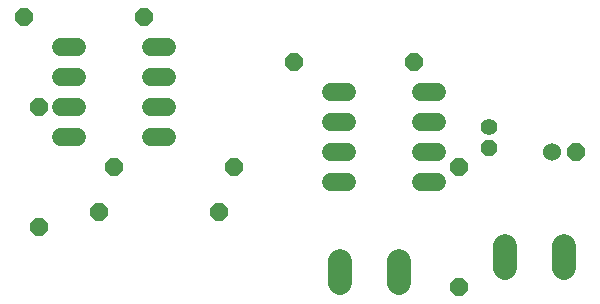
<source format=gbr>
G04 EAGLE Gerber RS-274X export*
G75*
%MOMM*%
%FSLAX34Y34*%
%LPD*%
%INSoldermask Top*%
%IPPOS*%
%AMOC8*
5,1,8,0,0,1.08239X$1,22.5*%
G01*
%ADD10P,1.539592X8X292.500000*%
%ADD11C,1.422400*%
%ADD12P,1.649562X8X22.500000*%
%ADD13C,1.524000*%
%ADD14C,1.993900*%
%ADD15P,1.649562X8X202.500000*%
%ADD16P,1.649562X8X292.500000*%
%ADD17P,1.649562X8X112.500000*%
%ADD18C,1.524000*%


D10*
X1041400Y486410D03*
D11*
X1041400Y504190D03*
D12*
X1115060Y482600D03*
D13*
X1094740Y482600D03*
D14*
X1054500Y402654D02*
X1054500Y384747D01*
X1104500Y384747D02*
X1104500Y402654D01*
X914800Y389954D02*
X914800Y372047D01*
X964800Y372047D02*
X964800Y389954D01*
D15*
X749300Y596900D03*
X647700Y596900D03*
X825500Y469900D03*
X723900Y469900D03*
D12*
X876300Y558800D03*
X977900Y558800D03*
D16*
X660400Y520700D03*
X660400Y419100D03*
D12*
X711200Y431800D03*
X812800Y431800D03*
D17*
X1016000Y368300D03*
X1016000Y469900D03*
D18*
X692404Y571500D02*
X679196Y571500D01*
X679196Y546100D02*
X692404Y546100D01*
X755396Y546100D02*
X768604Y546100D01*
X768604Y571500D02*
X755396Y571500D01*
X692404Y520700D02*
X679196Y520700D01*
X679196Y495300D02*
X692404Y495300D01*
X755396Y520700D02*
X768604Y520700D01*
X768604Y495300D02*
X755396Y495300D01*
X983996Y457200D02*
X997204Y457200D01*
X997204Y482600D02*
X983996Y482600D01*
X921004Y482600D02*
X907796Y482600D01*
X907796Y457200D02*
X921004Y457200D01*
X983996Y508000D02*
X997204Y508000D01*
X997204Y533400D02*
X983996Y533400D01*
X921004Y508000D02*
X907796Y508000D01*
X907796Y533400D02*
X921004Y533400D01*
M02*

</source>
